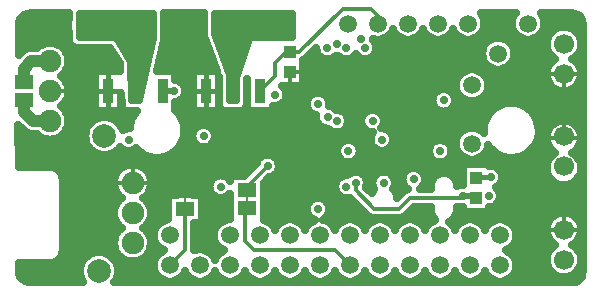
<source format=gbr>
G04 DipTrace 3.1.0.0*
G04 Bottom[GND].gbr*
%MOIN*%
G04 #@! TF.FileFunction,Copper,L4,Bot*
G04 #@! TF.Part,Single*
%ADD30C,0.066929*%
%ADD31C,0.074803*%
%ADD32C,0.059055*%
%ADD35C,0.07874*%
%ADD38C,0.082677*%
G04 #@! TA.AperFunction,CopperBalancing*
%ADD14C,0.012992*%
G04 #@! TA.AperFunction,Conductor*
%ADD15C,0.03937*%
G04 #@! TA.AperFunction,CopperBalancing*
%ADD16C,0.015748*%
G04 #@! TA.AperFunction,Conductor*
%ADD17C,0.019685*%
G04 #@! TA.AperFunction,CopperBalancing*
%ADD21C,0.025*%
%ADD25R,0.03937X0.043307*%
%ADD46R,0.063X0.046*%
%ADD47R,0.008X0.025*%
%ADD51R,0.037402X0.084646*%
%ADD52R,0.127953X0.084646*%
G04 #@! TA.AperFunction,ViaPad*
%ADD54C,0.027559*%
%FSLAX26Y26*%
G04*
G70*
G90*
G75*
G01*
G04 Bottom_Plane*
%LPD*%
X805324Y350056D2*
D14*
Y362558D1*
X874081Y431315D1*
X1567904Y391983D2*
Y393811D1*
D16*
X1617909D1*
X149010Y781220D2*
D15*
X86367D1*
X61496Y756349D1*
Y710088D1*
X605257Y506323D2*
D14*
X617804D1*
X899084Y581331D2*
X889706Y571953D1*
X1373990Y618770D2*
X1377151Y615609D1*
X1461643Y556328D2*
Y575129D1*
X724066Y306300D2*
X720940Y309426D1*
X717815Y306302D1*
X1399136Y393812D2*
X1411636Y406312D1*
X605303Y806354D2*
X580301Y831357D1*
X992844Y775101D2*
D17*
X999094Y768850D1*
X149010Y581220D2*
D15*
X92860D1*
X61496Y612584D1*
Y650088D1*
X599014Y287468D2*
D14*
Y149971D1*
X549013Y99970D1*
X805324Y290056D2*
X799013D1*
Y181344D1*
X830322Y150035D1*
X1098948D1*
X1149013Y99970D1*
X1567904Y325054D2*
X1561654D1*
D16*
X1555403Y331304D1*
D17*
X1524150D1*
D14*
Y325054D1*
X1349131D1*
X1311627Y287550D1*
X1230369D1*
X1167862Y350056D1*
Y375059D1*
X1242762Y906222D2*
Y931475D1*
X1217867Y956370D1*
X1124108D1*
X980343Y812605D1*
X950917D1*
X949089Y810777D1*
X849079Y681341D2*
X899084Y731346D1*
Y775101D1*
X934760Y810777D1*
X949089D1*
X524045Y681341D2*
D17*
X561549D1*
D54*
X1461643Y650088D3*
X1042849Y287550D3*
X1261621Y375059D3*
X1617909Y393811D3*
X899084Y668840D3*
X605257Y506323D3*
X899084Y581331D3*
X1373990Y618770D3*
X1461643Y556328D3*
X724066Y306300D3*
X1399136Y393812D3*
X605303Y806354D3*
X992844Y775101D3*
X1136772Y362558D3*
X1224118Y581331D3*
X1073780Y825106D3*
X1361627Y387555D3*
X411533Y518824D3*
X1186614Y856360D3*
X1255371Y518824D3*
X1142860Y481320D3*
X717815Y362558D3*
X1105276Y837608D3*
X1136772Y825106D3*
X1611513Y331223D3*
X1524150Y331304D3*
X1199764Y825106D3*
X1042849Y637587D3*
X661559Y531325D3*
X1448991Y481270D3*
X561549Y681341D3*
X1105276Y581251D3*
X1074102Y593832D3*
X874081Y431315D3*
X1167862Y375059D3*
X49743Y915407D2*
D21*
X207878D1*
X531921D2*
X659929D1*
X1598132D2*
X1687419D1*
X1798132D2*
X1921061D1*
X46520Y890538D2*
X206755D1*
X531921D2*
X659929D1*
X1596569D2*
X1688933D1*
X1796569D2*
X1836491D1*
X1886853D2*
X1921989D1*
X46520Y865669D2*
X209880D1*
X531921D2*
X660173D1*
X1280407D2*
X1305144D1*
X1380407D2*
X1405144D1*
X1480407D2*
X1505144D1*
X1580407D2*
X1705144D1*
X1780407D2*
X1808903D1*
X46520Y840800D2*
X131120D1*
X166882D2*
X211784D1*
X528991D2*
X668620D1*
X1236755D2*
X1599284D1*
X1686560D2*
X1801677D1*
X202331Y815932D2*
X352214D1*
X523278D2*
X677653D1*
X1239050D2*
X1587614D1*
X1698229D2*
X1805827D1*
X212243Y791063D2*
X368034D1*
X517614D2*
X686686D1*
X1004577D2*
X1054606D1*
X1092956D2*
X1117595D1*
X1155944D2*
X1180583D1*
X1218933D2*
X1588981D1*
X1696862D2*
X1825261D1*
X1898132D2*
X1921989D1*
X211169Y766194D2*
X379313D1*
X511901D2*
X695720D1*
X995397D2*
X1604851D1*
X1680993D2*
X1809196D1*
X198376Y741325D2*
X297624D1*
X569372D2*
X622624D1*
X995397D2*
X1518571D1*
X1592224D2*
X1801726D1*
X201940Y716457D2*
X297624D1*
X578356D2*
X622624D1*
X995397D2*
X1501774D1*
X1609020D2*
X1805632D1*
X212145Y691588D2*
X297624D1*
X600524D2*
X622624D1*
X931921D2*
X1499919D1*
X1610876D2*
X1824528D1*
X1898815D2*
X1921989D1*
X211315Y666719D2*
X297624D1*
X599011D2*
X622624D1*
X939440D2*
X1016081D1*
X1069616D2*
X1425065D1*
X1498229D2*
X1510907D1*
X1599890D2*
X1921989D1*
X198815Y641850D2*
X297624D1*
X569372D2*
X622624D1*
X928210D2*
X1002702D1*
X1082995D2*
X1422136D1*
X1501159D2*
X1921989D1*
X201599Y616982D2*
X297624D1*
X570056D2*
X622624D1*
X894421D2*
X1008513D1*
X1120446D2*
X1208708D1*
X1239489D2*
X1440690D1*
X1482604D2*
X1621940D1*
X1751403D2*
X1921989D1*
X212048Y592113D2*
X309392D1*
X351159D2*
X421696D1*
X588952D2*
X1033708D1*
X1144079D2*
X1185270D1*
X1262976D2*
X1603044D1*
X1770300D2*
X1921989D1*
X211413Y567244D2*
X275407D1*
X385144D2*
X413054D1*
X597546D2*
X646940D1*
X676159D2*
X1044597D1*
X1143005D2*
X1186442D1*
X1261804D2*
X1594401D1*
X1778894D2*
X1819890D1*
X1903112D2*
X1921989D1*
X46520Y542375D2*
X70134D1*
X199206D2*
X265251D1*
X598864D2*
X622819D1*
X700329D2*
X1223161D1*
X1287585D2*
X1513103D1*
X1780212D2*
X1804118D1*
X46520Y517507D2*
X265788D1*
X593151D2*
X623747D1*
X699353D2*
X1129069D1*
X1156610D2*
X1215007D1*
X1295739D2*
X1435368D1*
X1462634D2*
X1500407D1*
X1774548D2*
X1801921D1*
X46520Y492638D2*
X277409D1*
X578845D2*
X1104167D1*
X1181530D2*
X1225456D1*
X1285290D2*
X1410319D1*
X1487634D2*
X1501034D1*
X1760241D2*
X1811345D1*
X46520Y467769D2*
X463151D1*
X547497D2*
X861198D1*
X886999D2*
X1104948D1*
X1180749D2*
X1411052D1*
X1486901D2*
X1515593D1*
X1595202D2*
X1644499D1*
X1728845D2*
X1820476D1*
X1902575D2*
X1921989D1*
X46520Y442900D2*
X835466D1*
X912683D2*
X1804265D1*
X179626Y418031D2*
X377507D1*
X470544D2*
X815007D1*
X912097D2*
X1336589D1*
X1386657D2*
X1521599D1*
X1649597D2*
X1801823D1*
X193395Y393163D2*
X362712D1*
X485339D2*
X692936D1*
X881726D2*
X1111882D1*
X1203649D2*
X1225798D1*
X1297448D2*
X1321647D1*
X1401599D2*
X1425749D1*
X1497497D2*
X1521599D1*
X1658337D2*
X1811003D1*
X193981Y368294D2*
X360368D1*
X487683D2*
X677849D1*
X863464D2*
X1096794D1*
X1207653D2*
X1221843D1*
X1301403D2*
X1326481D1*
X1396765D2*
X1415578D1*
X1648425D2*
X1848796D1*
X1874255D2*
X1921989D1*
X193981Y343425D2*
X368718D1*
X479333D2*
X568376D1*
X629626D2*
X682585D1*
X863464D2*
X1101530D1*
X1303698D2*
X1321696D1*
X1649890D2*
X1921989D1*
X193981Y318556D2*
X378044D1*
X470007D2*
X540886D1*
X657165D2*
X747185D1*
X863464D2*
X1018522D1*
X1067175D2*
X1153581D1*
X1649743D2*
X1921989D1*
X193981Y293688D2*
X362907D1*
X485144D2*
X540886D1*
X657165D2*
X747185D1*
X863464D2*
X1002946D1*
X1082751D2*
X1178435D1*
X1363561D2*
X1416374D1*
X1619323D2*
X1921989D1*
X193981Y268819D2*
X360319D1*
X487731D2*
X540886D1*
X657165D2*
X747185D1*
X863464D2*
X1007390D1*
X1078308D2*
X1203288D1*
X1338708D2*
X1418620D1*
X1504626D2*
X1830583D1*
X1892419D2*
X1921989D1*
X193981Y243950D2*
X368425D1*
X479626D2*
X515788D1*
X657165D2*
X715788D1*
X882263D2*
X915788D1*
X982263D2*
X1015788D1*
X1082263D2*
X1115788D1*
X1182263D2*
X1215788D1*
X1282263D2*
X1315788D1*
X1382263D2*
X1415788D1*
X1482263D2*
X1515788D1*
X1582263D2*
X1615788D1*
X1682263D2*
X1807243D1*
X193981Y219081D2*
X378581D1*
X469519D2*
X496354D1*
X632116D2*
X696354D1*
X1701647D2*
X1801433D1*
X193981Y194213D2*
X363054D1*
X632116D2*
X693181D1*
X1704870D2*
X1806901D1*
X193981Y169344D2*
X360270D1*
X487780D2*
X502463D1*
X632116D2*
X702458D1*
X1695593D2*
X1829362D1*
X1893640D2*
X1921989D1*
X193640Y144475D2*
X302800D1*
X320185D2*
X368132D1*
X479919D2*
X516520D1*
X681481D2*
X716520D1*
X1681481D2*
X1807487D1*
X181237Y119606D2*
X258366D1*
X364636D2*
X394792D1*
X453259D2*
X496599D1*
X1701452D2*
X1801433D1*
X46520Y94737D2*
X246940D1*
X376061D2*
X493132D1*
X1704919D2*
X1806657D1*
X49304Y69869D2*
X246550D1*
X376501D2*
X502116D1*
X1695935D2*
X1828532D1*
X1894519D2*
X1921110D1*
X80358Y45000D2*
X256901D1*
X366149D2*
X1895817D1*
X1919107Y833078D2*
X1917693Y824152D1*
X1914901Y815557D1*
X1910798Y807504D1*
X1905485Y800192D1*
X1899095Y793802D1*
X1891783Y788490D1*
X1890227Y787618D1*
X1897459Y782738D1*
X1903018Y777711D1*
X1907877Y772005D1*
X1911954Y765717D1*
X1915180Y758952D1*
X1917500Y751825D1*
X1918875Y744458D1*
X1919231Y735098D1*
X1918419Y727647D1*
X1916646Y720365D1*
X1913944Y713375D1*
X1910356Y706795D1*
X1905944Y700736D1*
X1900783Y695302D1*
X1894960Y690583D1*
X1888573Y686661D1*
X1881731Y683602D1*
X1874550Y681457D1*
X1867151Y680262D1*
X1859660Y680038D1*
X1852203Y680789D1*
X1844907Y682502D1*
X1837894Y685148D1*
X1831285Y688682D1*
X1825191Y693045D1*
X1819715Y698161D1*
X1814949Y703946D1*
X1810975Y710300D1*
X1807860Y717117D1*
X1805656Y724280D1*
X1804402Y731669D1*
X1804117Y739158D1*
X1804807Y746621D1*
X1806461Y753931D1*
X1809049Y760965D1*
X1812529Y767603D1*
X1816842Y773732D1*
X1821914Y779250D1*
X1827659Y784062D1*
X1833110Y787585D1*
X1824286Y793802D1*
X1817895Y800192D1*
X1812583Y807504D1*
X1808480Y815557D1*
X1805687Y824152D1*
X1804273Y833078D1*
Y842116D1*
X1805687Y851042D1*
X1808480Y859638D1*
X1812583Y867690D1*
X1817895Y875002D1*
X1824286Y881392D1*
X1831597Y886704D1*
X1839650Y890807D1*
X1848245Y893600D1*
X1857171Y895014D1*
X1866209D1*
X1875135Y893600D1*
X1883731Y890807D1*
X1891783Y886704D1*
X1899095Y881392D1*
X1905485Y875002D1*
X1910798Y867690D1*
X1914901Y859638D1*
X1917693Y851042D1*
X1919107Y842116D1*
Y833078D1*
X1919056Y216223D2*
X1918244Y208772D1*
X1916472Y201490D1*
X1913769Y194499D1*
X1910181Y187919D1*
X1905769Y181861D1*
X1900608Y176426D1*
X1894785Y171708D1*
X1890097Y168730D1*
X1898920Y162517D1*
X1905311Y156126D1*
X1910623Y148815D1*
X1914726Y140762D1*
X1917519Y132167D1*
X1918933Y123241D1*
Y114203D1*
X1917519Y105277D1*
X1914726Y96681D1*
X1910623Y88629D1*
X1905311Y81317D1*
X1898920Y74927D1*
X1891609Y69614D1*
X1883556Y65511D1*
X1874961Y62719D1*
X1866035Y61305D1*
X1856997D1*
X1848071Y62719D1*
X1839475Y65511D1*
X1831423Y69614D1*
X1824111Y74927D1*
X1817721Y81317D1*
X1812408Y88629D1*
X1808305Y96681D1*
X1805513Y105277D1*
X1804099Y114203D1*
Y123241D1*
X1805513Y132167D1*
X1808305Y140762D1*
X1812408Y148815D1*
X1817721Y156126D1*
X1824111Y162517D1*
X1831423Y167829D1*
X1832979Y168701D1*
X1825016Y174169D1*
X1819540Y179286D1*
X1814775Y185071D1*
X1810801Y191425D1*
X1807686Y198242D1*
X1805482Y205405D1*
X1804227Y212794D1*
X1803942Y220283D1*
X1804633Y227746D1*
X1806286Y235056D1*
X1808875Y242089D1*
X1812355Y248727D1*
X1816667Y254857D1*
X1821739Y260375D1*
X1827485Y265187D1*
X1833807Y269213D1*
X1840598Y272383D1*
X1847743Y274645D1*
X1855121Y275960D1*
X1862608Y276306D1*
X1870076Y275676D1*
X1877400Y274083D1*
X1884454Y271551D1*
X1891120Y268125D1*
X1897284Y263863D1*
X1902843Y258836D1*
X1907702Y253130D1*
X1911779Y246841D1*
X1915005Y240076D1*
X1917325Y232950D1*
X1918700Y225582D1*
X1919056Y216223D1*
X596392Y542908D2*
X594149Y528747D1*
X589718Y515111D1*
X583209Y502336D1*
X574781Y490736D1*
X564643Y480598D1*
X553043Y472170D1*
X540268Y465661D1*
X526632Y461231D1*
X512471Y458988D1*
X498133D1*
X483972Y461231D1*
X470336Y465661D1*
X457560Y472170D1*
X445961Y480598D1*
X436336Y490181D1*
X431340Y486501D1*
X426040Y483800D1*
X420383Y481962D1*
X414507Y481032D1*
X408558D1*
X402683Y481962D1*
X397025Y483800D1*
X391725Y486501D1*
X386913Y489998D1*
X382224Y494816D1*
X375176Y486424D1*
X367599Y479953D1*
X359103Y474746D1*
X349897Y470933D1*
X340208Y468607D1*
X330274Y467825D1*
X320341Y468607D1*
X310652Y470933D1*
X301446Y474746D1*
X292950Y479953D1*
X285373Y486424D1*
X278902Y494001D1*
X273695Y502497D1*
X269882Y511703D1*
X267556Y521392D1*
X266774Y531325D1*
X267556Y541259D1*
X269882Y550948D1*
X273695Y560154D1*
X278902Y568650D1*
X285373Y576227D1*
X292950Y582698D1*
X301446Y587904D1*
X310652Y591717D1*
X320341Y594044D1*
X330274Y594825D1*
X340208Y594044D1*
X349897Y591717D1*
X359103Y587904D1*
X367599Y582698D1*
X375176Y576227D1*
X381647Y568650D1*
X386853Y560154D1*
X390777Y550554D1*
X397025Y553848D1*
X402683Y555686D1*
X408558Y556617D1*
X414170Y556630D1*
X415055Y564371D1*
X418402Y578313D1*
X423889Y591559D1*
X431381Y603784D1*
X439570Y613473D1*
X407758Y613754D1*
X404678Y614464D1*
X401324Y614888D1*
X390663D1*
X390529Y625708D1*
X388336Y630940D1*
X387426Y636538D1*
X385773Y670294D1*
Y614888D1*
X300112D1*
Y747794D1*
X382602D1*
X381455Y773860D1*
X348250Y826028D1*
X234621Y826053D1*
X229058Y827160D1*
X223907Y829535D1*
X219452Y833046D1*
X215940Y837501D1*
X213566Y842652D1*
X212459Y848216D1*
X212384Y877990D1*
X210359Y884831D1*
X208752Y894978D1*
Y905251D1*
X210359Y915397D1*
X212400Y922097D1*
X212384Y940294D1*
X84411Y940275D1*
X71768Y938145D1*
X62975Y934204D1*
X55426Y928216D1*
X49585Y920551D1*
X45774Y911462D1*
X43983Y901516D1*
X43997Y800811D1*
X57912Y814538D1*
X63474Y818579D1*
X69600Y821700D1*
X76139Y823825D1*
X82930Y824900D1*
X105850Y825035D1*
X112843Y831000D1*
X121076Y836045D1*
X129996Y839740D1*
X139385Y841994D1*
X149010Y842752D1*
X158636Y841994D1*
X168025Y839740D1*
X176945Y836045D1*
X185178Y831000D1*
X192520Y824730D1*
X198791Y817388D1*
X203835Y809155D1*
X207530Y800235D1*
X209784Y790846D1*
X210542Y781220D1*
X209784Y771595D1*
X207530Y762206D1*
X203835Y753286D1*
X198791Y745053D1*
X192520Y737711D1*
X184848Y731220D1*
X191960Y725283D1*
X198523Y717753D1*
X203782Y709260D1*
X207597Y700028D1*
X209868Y690301D1*
X210542Y681220D1*
X209731Y671264D1*
X207320Y661571D1*
X203372Y652395D1*
X197992Y643979D1*
X191321Y636544D1*
X184865Y631229D1*
X192520Y624730D1*
X198791Y617388D1*
X203835Y609155D1*
X207530Y600235D1*
X209784Y590846D1*
X210542Y581220D1*
X209784Y571595D1*
X207530Y562206D1*
X203835Y553286D1*
X198791Y545053D1*
X192520Y537711D1*
X185178Y531440D1*
X176945Y526395D1*
X168025Y522700D1*
X158636Y520446D1*
X149010Y519689D1*
X139385Y520446D1*
X129996Y522700D1*
X121076Y526395D1*
X112843Y531440D1*
X105820Y537416D1*
X89422Y537540D1*
X82631Y538616D1*
X76092Y540741D1*
X69966Y543862D1*
X64404Y547903D1*
X43958Y568158D1*
X43997Y427959D1*
X51524Y428693D1*
X152340Y428562D1*
X158927Y427519D1*
X165269Y425458D1*
X171212Y422430D1*
X176607Y418510D1*
X181323Y413794D1*
X185243Y408399D1*
X188270Y402457D1*
X190331Y396114D1*
X191374Y389527D1*
X191505Y323693D1*
X191374Y146638D1*
X190331Y140051D1*
X188270Y133708D1*
X185243Y127766D1*
X181323Y122371D1*
X176607Y117655D1*
X171212Y113735D1*
X165269Y110707D1*
X158927Y108647D1*
X152340Y107603D1*
X86505Y107472D1*
X48189Y107603D1*
X44504Y108069D1*
X43996Y102715D1*
X44292Y81052D1*
X46402Y70726D1*
X50619Y62061D1*
X56842Y54702D1*
X64687Y49105D1*
X73990Y45568D1*
X84589Y44002D1*
X260088Y44016D1*
X254933Y52450D1*
X251120Y61656D1*
X248794Y71345D1*
X248012Y81278D1*
X248794Y91212D1*
X251120Y100901D1*
X254933Y110107D1*
X260139Y118603D1*
X266611Y126179D1*
X274187Y132651D1*
X282683Y137857D1*
X291889Y141670D1*
X301578Y143996D1*
X311512Y144778D1*
X321445Y143996D1*
X331134Y141670D1*
X340340Y137857D1*
X348836Y132651D1*
X356413Y126179D1*
X362884Y118603D1*
X368091Y110107D1*
X371904Y100901D1*
X374230Y91212D1*
X375012Y81278D1*
X374230Y71345D1*
X371904Y61656D1*
X368091Y52450D1*
X362917Y44002D1*
X1891887Y44260D1*
X1902096Y45604D1*
X1909669Y48892D1*
X1916065Y54112D1*
X1920805Y60873D1*
X1923581Y69276D1*
X1924522Y80718D1*
X1924308Y906167D1*
X1923264Y916821D1*
X1920223Y924497D1*
X1915214Y931058D1*
X1908611Y936014D1*
X1900405Y939051D1*
X1889639Y940288D1*
X1784278Y940274D1*
X1788514Y934258D1*
X1792337Y926756D1*
X1794939Y918748D1*
X1796256Y910432D1*
Y902012D1*
X1794939Y893696D1*
X1792337Y885688D1*
X1788514Y878186D1*
X1783565Y871374D1*
X1777612Y865420D1*
X1770800Y860471D1*
X1763298Y856649D1*
X1755290Y854047D1*
X1746974Y852730D1*
X1738554D1*
X1730238Y854047D1*
X1722230Y856649D1*
X1714728Y860471D1*
X1707916Y865420D1*
X1701962Y871374D1*
X1697013Y878186D1*
X1693191Y885688D1*
X1690589Y893696D1*
X1689272Y902012D1*
Y910432D1*
X1690589Y918748D1*
X1693191Y926756D1*
X1697013Y934258D1*
X1701341Y940281D1*
X1584278Y940274D1*
X1588513Y934258D1*
X1592336Y926756D1*
X1594937Y918748D1*
X1596255Y910432D1*
Y902012D1*
X1594937Y893696D1*
X1592336Y885688D1*
X1588513Y878186D1*
X1583564Y871374D1*
X1577610Y865420D1*
X1570798Y860471D1*
X1563296Y856649D1*
X1555289Y854047D1*
X1546972Y852730D1*
X1538553D1*
X1530236Y854047D1*
X1522229Y856649D1*
X1514727Y860471D1*
X1507915Y865420D1*
X1501961Y871374D1*
X1497012Y878186D1*
X1492785Y886784D1*
X1488513Y878186D1*
X1483564Y871374D1*
X1477610Y865420D1*
X1470798Y860471D1*
X1463296Y856649D1*
X1455289Y854047D1*
X1446972Y852730D1*
X1438553D1*
X1430236Y854047D1*
X1422229Y856649D1*
X1414727Y860471D1*
X1407915Y865420D1*
X1401961Y871374D1*
X1397012Y878186D1*
X1392785Y886784D1*
X1388513Y878186D1*
X1383564Y871374D1*
X1377610Y865420D1*
X1370798Y860471D1*
X1363296Y856649D1*
X1355289Y854047D1*
X1346972Y852730D1*
X1338553D1*
X1330236Y854047D1*
X1322229Y856649D1*
X1314727Y860471D1*
X1307915Y865420D1*
X1301961Y871374D1*
X1297012Y878186D1*
X1292785Y886784D1*
X1288513Y878186D1*
X1283564Y871374D1*
X1277610Y865420D1*
X1270798Y860471D1*
X1263296Y856649D1*
X1255289Y854047D1*
X1246972Y852730D1*
X1238553D1*
X1230236Y854047D1*
X1224529Y855800D1*
X1226570Y851912D1*
X1230433Y847389D1*
X1233541Y842317D1*
X1235818Y836821D1*
X1237207Y831037D1*
X1237673Y825106D1*
X1237207Y819176D1*
X1235818Y813392D1*
X1233541Y807896D1*
X1230433Y802824D1*
X1226570Y798300D1*
X1222046Y794437D1*
X1216974Y791329D1*
X1211478Y789052D1*
X1205694Y787664D1*
X1199764Y787197D1*
X1193833Y787664D1*
X1188049Y789052D1*
X1182553Y791329D1*
X1177481Y794437D1*
X1172958Y798300D1*
X1168287Y804032D1*
X1163578Y798300D1*
X1159054Y794437D1*
X1153982Y791329D1*
X1148486Y789052D1*
X1142702Y787664D1*
X1136772Y787197D1*
X1130841Y787664D1*
X1125057Y789052D1*
X1119561Y791329D1*
X1114489Y794437D1*
X1108537Y799846D1*
X1102036D1*
X1096062Y794437D1*
X1090990Y791329D1*
X1085494Y789052D1*
X1079710Y787664D1*
X1073780Y787197D1*
X1067849Y787664D1*
X1062065Y789052D1*
X1056569Y791329D1*
X1051497Y794437D1*
X1046973Y798300D1*
X1043110Y802824D1*
X1040002Y807896D1*
X1037725Y813392D1*
X1036337Y819176D1*
X1035881Y824839D1*
X1000233Y789317D1*
X994246Y785317D1*
X993880Y785148D1*
X994246Y785317D1*
X992904Y784631D1*
Y698064D1*
X923227D1*
X927911Y693460D1*
X931407Y688647D1*
X934108Y683347D1*
X935946Y677690D1*
X936877Y671814D1*
Y665866D1*
X935946Y659990D1*
X934108Y654333D1*
X931407Y649032D1*
X927911Y644220D1*
X923704Y640013D1*
X918892Y636517D1*
X913591Y633816D1*
X907934Y631978D1*
X902058Y631047D1*
X896110D1*
X891911Y631644D1*
X891910Y614888D1*
X806248D1*
Y720406D1*
X804452Y706345D1*
X804154Y633812D1*
X802615Y628352D1*
X801608Y626251D1*
X801359Y614888D1*
X787778Y614638D1*
X782215Y613531D1*
X734674D1*
X728701Y614789D1*
X729110Y614638D1*
X715697Y614888D1*
Y625484D1*
X713618Y630130D1*
X712511Y635693D1*
X712437Y727116D1*
X710807Y727794D1*
Y614888D1*
X625146D1*
Y747794D1*
X704921D1*
X662874Y864264D1*
X662432Y868861D1*
Y940296D1*
X529395Y940275D1*
X529348Y854466D1*
X528816Y850983D1*
X505239Y747832D1*
X566875Y747794D1*
Y718839D1*
X573263Y717395D1*
X578759Y715119D1*
X583831Y712011D1*
X588355Y708147D1*
X592218Y703624D1*
X595326Y698552D1*
X597603Y693056D1*
X598991Y687272D1*
X599458Y681341D1*
X598991Y675411D1*
X597603Y669626D1*
X595326Y664131D1*
X592218Y659059D1*
X588355Y654535D1*
X583831Y650672D1*
X578759Y647564D1*
X573263Y645287D1*
X566867Y643826D1*
X566875Y617575D1*
X574781Y609418D1*
X583209Y597819D1*
X589718Y585044D1*
X594149Y571408D1*
X596392Y557246D1*
Y542908D1*
X1777751D2*
X1775508Y528747D1*
X1771078Y515111D1*
X1764568Y502336D1*
X1756141Y490736D1*
X1746002Y480598D1*
X1734403Y472170D1*
X1721628Y465661D1*
X1707992Y461231D1*
X1693830Y458988D1*
X1679493D1*
X1665331Y461231D1*
X1651695Y465661D1*
X1638920Y472170D1*
X1627320Y480598D1*
X1617182Y490736D1*
X1608895Y502126D1*
X1607570Y493827D1*
X1604968Y485819D1*
X1601146Y478317D1*
X1596196Y471505D1*
X1590243Y465552D1*
X1583431Y460602D1*
X1575929Y456780D1*
X1567921Y454178D1*
X1559605Y452861D1*
X1551185D1*
X1542869Y454178D1*
X1534861Y456780D1*
X1527359Y460602D1*
X1520547Y465552D1*
X1514594Y471505D1*
X1509644Y478317D1*
X1505822Y485819D1*
X1503220Y493827D1*
X1501903Y502143D1*
Y510563D1*
X1503220Y518879D1*
X1505822Y526887D1*
X1509644Y534389D1*
X1514594Y541201D1*
X1520547Y547154D1*
X1527359Y552103D1*
X1534861Y555926D1*
X1542869Y558528D1*
X1551185Y559845D1*
X1559605D1*
X1567921Y558528D1*
X1575929Y555926D1*
X1583431Y552103D1*
X1590243Y547154D1*
X1595671Y541769D1*
X1595290Y550077D1*
X1596415Y564371D1*
X1599762Y578313D1*
X1605249Y591559D1*
X1612740Y603784D1*
X1622052Y614687D1*
X1632955Y623998D1*
X1645180Y631490D1*
X1658426Y636977D1*
X1672368Y640324D1*
X1686661Y641449D1*
X1700955Y640324D1*
X1714897Y636977D1*
X1728143Y631490D1*
X1740368Y623998D1*
X1751271Y614687D1*
X1760582Y603784D1*
X1768074Y591559D1*
X1773561Y578313D1*
X1776908Y564371D1*
X1778033Y550077D1*
X1777751Y542908D1*
X485368Y170210D2*
X483858Y160674D1*
X480874Y151491D1*
X476490Y142888D1*
X470815Y135076D1*
X463988Y128249D1*
X456176Y122574D1*
X447573Y118190D1*
X438390Y115207D1*
X428854Y113696D1*
X419199D1*
X409662Y115207D1*
X400479Y118190D1*
X391876Y122574D1*
X384065Y128249D1*
X377237Y135076D1*
X371562Y142888D1*
X367179Y151491D1*
X364195Y160674D1*
X362684Y170210D1*
Y179866D1*
X364195Y189402D1*
X367179Y198585D1*
X371562Y207188D1*
X377237Y215000D1*
X384065Y221827D1*
X388188Y225038D1*
X380517Y231529D1*
X374246Y238871D1*
X369201Y247103D1*
X365506Y256024D1*
X363252Y265412D1*
X362495Y275038D1*
X363252Y284664D1*
X365506Y294052D1*
X369201Y302973D1*
X374246Y311205D1*
X380517Y318547D1*
X388114Y325074D1*
X380503Y331543D1*
X374039Y339158D1*
X368892Y347719D1*
X365198Y357000D1*
X363055Y366756D1*
X362518Y376731D1*
X363602Y386661D1*
X366279Y396285D1*
X370478Y405348D1*
X376088Y413613D1*
X382961Y420861D1*
X390917Y426902D1*
X399745Y431576D1*
X409213Y434760D1*
X419071Y436370D1*
X429060Y436363D1*
X438917Y434741D1*
X448381Y431545D1*
X457203Y426859D1*
X465150Y420808D1*
X472014Y413551D1*
X477614Y405279D1*
X481801Y396210D1*
X484465Y386583D1*
X485537Y376652D1*
X485101Y367557D1*
X483086Y357773D1*
X479514Y348444D1*
X474480Y339817D1*
X468116Y332117D1*
X460590Y325549D1*
X459881Y325047D1*
X467536Y318547D1*
X473806Y311205D1*
X478851Y302973D1*
X482546Y294052D1*
X484800Y284664D1*
X485558Y275038D1*
X484800Y265412D1*
X482546Y256024D1*
X478851Y247103D1*
X473806Y238871D1*
X467536Y231529D1*
X459864Y225038D1*
X467536Y218547D1*
X473806Y211205D1*
X478851Y202973D1*
X482546Y194052D1*
X484800Y184664D1*
X485558Y175038D1*
X485368Y170210D1*
X1696404Y802144D2*
X1695087Y793828D1*
X1692485Y785820D1*
X1688663Y778318D1*
X1683714Y771507D1*
X1677760Y765553D1*
X1670948Y760604D1*
X1663446Y756781D1*
X1655438Y754179D1*
X1647122Y752862D1*
X1638702D1*
X1630386Y754179D1*
X1622378Y756781D1*
X1614876Y760604D1*
X1608064Y765553D1*
X1602111Y771507D1*
X1597162Y778318D1*
X1593339Y785820D1*
X1590737Y793828D1*
X1589420Y802144D1*
Y810564D1*
X1590737Y818880D1*
X1593339Y826888D1*
X1597162Y834390D1*
X1602111Y841202D1*
X1608064Y847156D1*
X1614876Y852105D1*
X1622378Y855927D1*
X1630386Y858529D1*
X1638702Y859846D1*
X1647122D1*
X1655438Y858529D1*
X1663446Y855927D1*
X1670948Y852105D1*
X1677760Y847156D1*
X1683714Y841202D1*
X1688663Y834390D1*
X1692485Y826888D1*
X1695087Y818880D1*
X1696404Y810564D1*
Y802144D1*
X1536589Y437766D2*
X1611719D1*
X1611979Y431254D1*
X1617909Y431720D1*
X1623840Y431254D1*
X1629624Y429865D1*
X1635120Y427589D1*
X1640192Y424480D1*
X1644715Y420617D1*
X1648579Y416094D1*
X1651687Y411022D1*
X1653963Y405526D1*
X1655352Y399741D1*
X1655819Y393811D1*
X1655352Y387881D1*
X1653963Y382096D1*
X1651687Y376600D1*
X1648579Y371528D1*
X1644715Y367005D1*
X1640192Y363142D1*
X1635739Y360380D1*
X1640340Y355843D1*
X1643836Y351031D1*
X1646537Y345730D1*
X1648375Y340073D1*
X1649306Y334197D1*
Y328249D1*
X1648375Y322373D1*
X1646537Y316716D1*
X1643836Y311415D1*
X1640340Y306603D1*
X1636133Y302396D1*
X1631321Y298900D1*
X1626020Y296199D1*
X1620363Y294361D1*
X1614487Y293430D1*
X1611711Y293321D1*
X1611719Y279270D1*
X1524089D1*
Y293382D1*
X1518219Y293862D1*
X1515311Y294440D1*
X1504277Y294428D1*
X1505265Y285051D1*
X1504728Y278225D1*
X1503129Y271566D1*
X1500509Y265240D1*
X1496931Y259401D1*
X1492484Y254195D1*
X1487277Y249747D1*
X1481438Y246170D1*
X1478485Y244808D1*
X1483861Y240771D1*
X1489815Y234818D1*
X1494764Y228006D1*
X1498991Y219407D1*
X1503263Y228006D1*
X1508212Y234818D1*
X1514165Y240771D1*
X1520977Y245720D1*
X1528479Y249543D1*
X1536487Y252145D1*
X1544803Y253462D1*
X1553223D1*
X1561539Y252145D1*
X1569547Y249543D1*
X1577049Y245720D1*
X1583861Y240771D1*
X1589815Y234818D1*
X1594764Y228006D1*
X1598991Y219407D1*
X1603263Y228006D1*
X1608212Y234818D1*
X1614165Y240771D1*
X1620977Y245720D1*
X1628479Y249543D1*
X1636487Y252145D1*
X1644803Y253462D1*
X1653223D1*
X1661539Y252145D1*
X1669547Y249543D1*
X1677049Y245720D1*
X1683861Y240771D1*
X1689815Y234818D1*
X1694764Y228006D1*
X1698586Y220504D1*
X1701188Y212496D1*
X1702505Y204180D1*
Y195760D1*
X1701188Y187444D1*
X1698586Y179436D1*
X1694764Y171934D1*
X1689815Y165122D1*
X1683861Y159168D1*
X1677049Y154219D1*
X1668451Y149992D1*
X1677049Y145720D1*
X1683861Y140771D1*
X1689815Y134818D1*
X1694764Y128006D1*
X1698586Y120504D1*
X1701188Y112496D1*
X1702505Y104180D1*
Y95760D1*
X1701188Y87444D1*
X1698586Y79436D1*
X1694764Y71934D1*
X1689815Y65122D1*
X1683861Y59168D1*
X1677049Y54219D1*
X1669547Y50397D1*
X1661539Y47795D1*
X1653223Y46478D1*
X1644803D1*
X1636487Y47795D1*
X1628479Y50397D1*
X1620977Y54219D1*
X1614165Y59168D1*
X1608212Y65122D1*
X1603263Y71934D1*
X1599036Y80532D1*
X1594764Y71934D1*
X1589815Y65122D1*
X1583861Y59168D1*
X1577049Y54219D1*
X1569547Y50397D1*
X1561539Y47795D1*
X1553223Y46478D1*
X1544803D1*
X1536487Y47795D1*
X1528479Y50397D1*
X1520977Y54219D1*
X1514165Y59168D1*
X1508212Y65122D1*
X1503263Y71934D1*
X1499036Y80532D1*
X1494764Y71934D1*
X1489815Y65122D1*
X1483861Y59168D1*
X1477049Y54219D1*
X1469547Y50397D1*
X1461539Y47795D1*
X1453223Y46478D1*
X1444803D1*
X1436487Y47795D1*
X1428479Y50397D1*
X1420977Y54219D1*
X1414165Y59168D1*
X1408212Y65122D1*
X1403263Y71934D1*
X1399036Y80532D1*
X1394764Y71934D1*
X1389815Y65122D1*
X1383861Y59168D1*
X1377049Y54219D1*
X1369547Y50397D1*
X1361539Y47795D1*
X1353223Y46478D1*
X1344803D1*
X1336487Y47795D1*
X1328479Y50397D1*
X1320977Y54219D1*
X1314165Y59168D1*
X1308212Y65122D1*
X1303263Y71934D1*
X1299036Y80532D1*
X1294764Y71934D1*
X1289815Y65122D1*
X1283861Y59168D1*
X1277049Y54219D1*
X1269547Y50397D1*
X1261539Y47795D1*
X1253223Y46478D1*
X1244803D1*
X1236487Y47795D1*
X1228479Y50397D1*
X1220977Y54219D1*
X1214165Y59168D1*
X1208212Y65122D1*
X1203263Y71934D1*
X1199036Y80532D1*
X1194764Y71934D1*
X1189815Y65122D1*
X1183861Y59168D1*
X1177049Y54219D1*
X1169547Y50397D1*
X1161539Y47795D1*
X1153223Y46478D1*
X1144803D1*
X1136487Y47795D1*
X1128479Y50397D1*
X1120977Y54219D1*
X1114165Y59168D1*
X1108212Y65122D1*
X1103263Y71934D1*
X1099036Y80532D1*
X1094764Y71934D1*
X1089815Y65122D1*
X1083861Y59168D1*
X1077049Y54219D1*
X1069547Y50397D1*
X1061539Y47795D1*
X1053223Y46478D1*
X1044803D1*
X1036487Y47795D1*
X1028479Y50397D1*
X1020977Y54219D1*
X1014165Y59168D1*
X1008212Y65122D1*
X1003263Y71934D1*
X999036Y80532D1*
X994764Y71934D1*
X989815Y65122D1*
X983861Y59168D1*
X977049Y54219D1*
X969547Y50397D1*
X961539Y47795D1*
X953223Y46478D1*
X944803D1*
X936487Y47795D1*
X928479Y50397D1*
X920977Y54219D1*
X914165Y59168D1*
X908212Y65122D1*
X903263Y71934D1*
X899036Y80532D1*
X894764Y71934D1*
X889815Y65122D1*
X883861Y59168D1*
X877049Y54219D1*
X869547Y50397D1*
X861539Y47795D1*
X853223Y46478D1*
X844803D1*
X836487Y47795D1*
X828479Y50397D1*
X820977Y54219D1*
X814165Y59168D1*
X808212Y65122D1*
X803263Y71934D1*
X799036Y80532D1*
X794764Y71934D1*
X789815Y65122D1*
X783861Y59168D1*
X777049Y54219D1*
X769547Y50397D1*
X761539Y47795D1*
X753223Y46478D1*
X744803D1*
X736487Y47795D1*
X728479Y50397D1*
X720977Y54219D1*
X714165Y59168D1*
X708212Y65122D1*
X703263Y71934D1*
X699036Y80532D1*
X694764Y71934D1*
X689815Y65122D1*
X683861Y59168D1*
X677049Y54219D1*
X669547Y50397D1*
X661539Y47795D1*
X653223Y46478D1*
X644803D1*
X636487Y47795D1*
X628479Y50397D1*
X620977Y54219D1*
X614165Y59168D1*
X608212Y65122D1*
X603263Y71934D1*
X599036Y80532D1*
X594764Y71934D1*
X589815Y65122D1*
X583861Y59168D1*
X577049Y54219D1*
X569547Y50397D1*
X561539Y47795D1*
X553223Y46478D1*
X544803D1*
X536487Y47795D1*
X528479Y50397D1*
X520977Y54219D1*
X514165Y59168D1*
X508212Y65122D1*
X503263Y71934D1*
X499440Y79436D1*
X496838Y87444D1*
X495521Y95760D1*
Y104180D1*
X496838Y112496D1*
X499440Y120504D1*
X503263Y128006D1*
X508212Y134818D1*
X514165Y140771D1*
X520977Y145720D1*
X529576Y149947D1*
X520977Y154219D1*
X514165Y159168D1*
X508212Y165122D1*
X503263Y171934D1*
X499440Y179436D1*
X496838Y187444D1*
X495521Y195760D1*
Y204180D1*
X496838Y212496D1*
X499440Y220504D1*
X503263Y228006D1*
X508212Y234818D1*
X514165Y240771D1*
X520977Y245720D1*
X528479Y249543D1*
X536487Y252145D1*
X543381Y253294D1*
X543385Y334598D1*
X570875D1*
X570885Y354098D1*
X627144D1*
Y334616D1*
X654644Y334598D1*
Y240338D1*
X629596D1*
X629640Y150020D1*
X636487Y152145D1*
X644803Y153462D1*
X653223D1*
X661539Y152145D1*
X669547Y149543D1*
X677049Y145720D1*
X683861Y140771D1*
X689815Y134818D1*
X694764Y128006D1*
X698991Y119407D1*
X703263Y128006D1*
X708212Y134818D1*
X714165Y140771D1*
X720977Y145720D1*
X729576Y149947D1*
X720977Y154219D1*
X714165Y159168D1*
X708212Y165122D1*
X703263Y171934D1*
X699440Y179436D1*
X696838Y187444D1*
X695521Y195760D1*
Y204180D1*
X696838Y212496D1*
X699440Y220504D1*
X703263Y228006D1*
X708212Y234818D1*
X714165Y240771D1*
X720977Y245720D1*
X728479Y249543D1*
X736487Y252145D1*
X744803Y253462D1*
X749687Y253601D1*
X749743Y337186D1*
X746642Y337937D1*
X742435Y333731D1*
X737623Y330235D1*
X732322Y327534D1*
X726665Y325696D1*
X720789Y324765D1*
X714841D1*
X708965Y325696D1*
X703308Y327534D1*
X698007Y330235D1*
X693195Y333731D1*
X688988Y337937D1*
X685492Y342750D1*
X682791Y348050D1*
X680953Y353708D1*
X680022Y359583D1*
Y365532D1*
X680953Y371407D1*
X682791Y377065D1*
X685492Y382365D1*
X688988Y387178D1*
X693195Y391384D1*
X698007Y394881D1*
X703308Y397581D1*
X708965Y399420D1*
X714841Y400350D1*
X720789D1*
X726665Y399420D1*
X732322Y397581D1*
X737623Y394881D1*
X742435Y391384D1*
X746642Y387178D1*
X749692Y383032D1*
X749694Y397186D1*
X796618D1*
X836639Y437245D1*
X838027Y443030D1*
X840304Y448525D1*
X843412Y453598D1*
X847275Y458121D1*
X851799Y461984D1*
X856871Y465092D1*
X862367Y467369D1*
X868151Y468758D1*
X874081Y469224D1*
X880012Y468758D1*
X885796Y467369D1*
X891292Y465092D1*
X896364Y461984D1*
X900887Y458121D1*
X904751Y453598D1*
X907859Y448525D1*
X910135Y443030D1*
X911524Y437245D1*
X911991Y431315D1*
X911524Y425385D1*
X910135Y419600D1*
X907859Y414104D1*
X904751Y409032D1*
X900887Y404509D1*
X896364Y400646D1*
X891292Y397537D1*
X885796Y395261D1*
X879931Y393863D1*
X860969Y374891D1*
X860954Y252274D1*
X869547Y249543D1*
X877049Y245720D1*
X883861Y240771D1*
X889815Y234818D1*
X894764Y228006D1*
X898991Y219407D1*
X903263Y228006D1*
X908212Y234818D1*
X914165Y240771D1*
X920977Y245720D1*
X928479Y249543D1*
X936487Y252145D1*
X944803Y253462D1*
X953223D1*
X961539Y252145D1*
X969547Y249543D1*
X977049Y245720D1*
X983861Y240771D1*
X989815Y234818D1*
X994764Y228006D1*
X998991Y219407D1*
X1003263Y228006D1*
X1008212Y234818D1*
X1014165Y240771D1*
X1020977Y245720D1*
X1028479Y249543D1*
X1032606Y251050D1*
X1025639Y253772D1*
X1020566Y256880D1*
X1016043Y260744D1*
X1012180Y265267D1*
X1009072Y270339D1*
X1006795Y275835D1*
X1005406Y281619D1*
X1004940Y287550D1*
X1005406Y293480D1*
X1006795Y299264D1*
X1009072Y304760D1*
X1012180Y309832D1*
X1016043Y314356D1*
X1020566Y318219D1*
X1025639Y321327D1*
X1031134Y323604D1*
X1036919Y324993D1*
X1042849Y325459D1*
X1048779Y324993D1*
X1054564Y323604D1*
X1060060Y321327D1*
X1065132Y318219D1*
X1069655Y314356D1*
X1073518Y309832D1*
X1076627Y304760D1*
X1078903Y299264D1*
X1080292Y293480D1*
X1080759Y287550D1*
X1080292Y281619D1*
X1078903Y275835D1*
X1076627Y270339D1*
X1073518Y265267D1*
X1069655Y260744D1*
X1065132Y256880D1*
X1058064Y252852D1*
X1065594Y251001D1*
X1073373Y247779D1*
X1080552Y243380D1*
X1086955Y237911D1*
X1092423Y231509D1*
X1096822Y224330D1*
X1098991Y219407D1*
X1103263Y228006D1*
X1108212Y234818D1*
X1114165Y240771D1*
X1120977Y245720D1*
X1128479Y249543D1*
X1136487Y252145D1*
X1144803Y253462D1*
X1153223D1*
X1161539Y252145D1*
X1169547Y249543D1*
X1177049Y245720D1*
X1183861Y240771D1*
X1189815Y234818D1*
X1194764Y228006D1*
X1198991Y219407D1*
X1203263Y228006D1*
X1208212Y234818D1*
X1214165Y240771D1*
X1220977Y245720D1*
X1228479Y249543D1*
X1236487Y252145D1*
X1244803Y253462D1*
X1253223D1*
X1261539Y252145D1*
X1269547Y249543D1*
X1277049Y245720D1*
X1283861Y240771D1*
X1289815Y234818D1*
X1294764Y228006D1*
X1298991Y219407D1*
X1303263Y228006D1*
X1308212Y234818D1*
X1314165Y240771D1*
X1320977Y245720D1*
X1328479Y249543D1*
X1336487Y252145D1*
X1344803Y253462D1*
X1353223D1*
X1361539Y252145D1*
X1369547Y249543D1*
X1377049Y245720D1*
X1383861Y240771D1*
X1389815Y234818D1*
X1394764Y228006D1*
X1398991Y219407D1*
X1403263Y228006D1*
X1408212Y234818D1*
X1414165Y240771D1*
X1420977Y245720D1*
X1428479Y249543D1*
X1433842Y251399D1*
X1428445Y256711D1*
X1424420Y262250D1*
X1421311Y268352D1*
X1419195Y274864D1*
X1418124Y281627D1*
Y288475D1*
X1419036Y294437D1*
X1361796Y294428D1*
X1331517Y264262D1*
X1325531Y260262D1*
X1318777Y257770D1*
X1311627Y256924D1*
X1311299Y256937D1*
X1227966Y257018D1*
X1220905Y258423D1*
X1214367Y261437D1*
X1208713Y265894D1*
X1208490Y266135D1*
X1148188Y326419D1*
X1142702Y325115D1*
X1136772Y324648D1*
X1130841Y325115D1*
X1125057Y326504D1*
X1119561Y328780D1*
X1114489Y331888D1*
X1109966Y335752D1*
X1106102Y340275D1*
X1102994Y345347D1*
X1100718Y350843D1*
X1099329Y356627D1*
X1098862Y362558D1*
X1099329Y368488D1*
X1100718Y374272D1*
X1102994Y379768D1*
X1106102Y384840D1*
X1109966Y389364D1*
X1114489Y393227D1*
X1119561Y396335D1*
X1125057Y398612D1*
X1130841Y400000D1*
X1136772Y400467D1*
X1139618Y400355D1*
X1145580Y405728D1*
X1150652Y408837D1*
X1156148Y411113D1*
X1161932Y412502D1*
X1167862Y412968D1*
X1173793Y412502D1*
X1179577Y411113D1*
X1185073Y408837D1*
X1190145Y405728D1*
X1194668Y401865D1*
X1198532Y397342D1*
X1201640Y392270D1*
X1203916Y386774D1*
X1205305Y380989D1*
X1205772Y375059D1*
X1205305Y369129D1*
X1203916Y363344D1*
X1202180Y359021D1*
X1220765Y340466D1*
X1224420Y347852D1*
X1229653Y354699D1*
X1226597Y360552D1*
X1224759Y366209D1*
X1223828Y372085D1*
Y378033D1*
X1224759Y383909D1*
X1226597Y389566D1*
X1229298Y394867D1*
X1232794Y399679D1*
X1237001Y403886D1*
X1241813Y407382D1*
X1247113Y410083D1*
X1252771Y411921D1*
X1258646Y412852D1*
X1264595D1*
X1270471Y411921D1*
X1276128Y410083D1*
X1281428Y407382D1*
X1286241Y403886D1*
X1290447Y399679D1*
X1293944Y394867D1*
X1296644Y389566D1*
X1298483Y383909D1*
X1299413Y378033D1*
Y372085D1*
X1298483Y366209D1*
X1296644Y360552D1*
X1293601Y354739D1*
X1298835Y347852D1*
X1301943Y341751D1*
X1304059Y335238D1*
X1305131Y328475D1*
X1305241Y324449D1*
X1329241Y348342D1*
X1335227Y352342D1*
X1341982Y354834D1*
X1342359Y354909D1*
X1341982Y354834D1*
X1342359Y354909D1*
X1337007Y358728D1*
X1332801Y362935D1*
X1329304Y367747D1*
X1326604Y373048D1*
X1324765Y378705D1*
X1323835Y384581D1*
Y390529D1*
X1324765Y396405D1*
X1326604Y402062D1*
X1329304Y407363D1*
X1332801Y412175D1*
X1337007Y416382D1*
X1341820Y419878D1*
X1347120Y422579D1*
X1352778Y424417D1*
X1358653Y425348D1*
X1364602D1*
X1370477Y424417D1*
X1376135Y422579D1*
X1381435Y419878D1*
X1386248Y416382D1*
X1390454Y412175D1*
X1393950Y407363D1*
X1396651Y402062D1*
X1398489Y396405D1*
X1399420Y390529D1*
Y384581D1*
X1398489Y378705D1*
X1396651Y373048D1*
X1393950Y367747D1*
X1390454Y362935D1*
X1386248Y358728D1*
X1382083Y355665D1*
X1419004Y355680D1*
X1418124Y361627D1*
Y368475D1*
X1419195Y375238D1*
X1421311Y381751D1*
X1424420Y387852D1*
X1428445Y393392D1*
X1433287Y398234D1*
X1438827Y402258D1*
X1444928Y405367D1*
X1451440Y407483D1*
X1458204Y408554D1*
X1465051D1*
X1471814Y407483D1*
X1478327Y405367D1*
X1484428Y402258D1*
X1489968Y398234D1*
X1494810Y393392D1*
X1498835Y387852D1*
X1501943Y381751D1*
X1504059Y375238D1*
X1505131Y368475D1*
X1505230Y364155D1*
X1512435Y367358D1*
X1518219Y368747D1*
X1524092Y369212D1*
X1524089Y437766D1*
X1536589D1*
X1919056Y522472D2*
X1918244Y515021D1*
X1916472Y507739D1*
X1913769Y500749D1*
X1910181Y494169D1*
X1905769Y488110D1*
X1900608Y482676D1*
X1894785Y477957D1*
X1890097Y474980D1*
X1898920Y468766D1*
X1905311Y462376D1*
X1910623Y455064D1*
X1914726Y447012D1*
X1917519Y438416D1*
X1918933Y429490D1*
Y420452D1*
X1917519Y411526D1*
X1914726Y402931D1*
X1910623Y394878D1*
X1905311Y387566D1*
X1898920Y381176D1*
X1891609Y375864D1*
X1883556Y371761D1*
X1874961Y368968D1*
X1866035Y367554D1*
X1856997D1*
X1848071Y368968D1*
X1839475Y371761D1*
X1831423Y375864D1*
X1824111Y381176D1*
X1817721Y387566D1*
X1812408Y394878D1*
X1808305Y402931D1*
X1805513Y411526D1*
X1804099Y420452D1*
Y429490D1*
X1805513Y438416D1*
X1808305Y447012D1*
X1812408Y455064D1*
X1817721Y462376D1*
X1824111Y468766D1*
X1831423Y474078D1*
X1832979Y474950D1*
X1825016Y480419D1*
X1819540Y485535D1*
X1814775Y491320D1*
X1810801Y497674D1*
X1807686Y504491D1*
X1805482Y511654D1*
X1804227Y519043D1*
X1803942Y526532D1*
X1804633Y533995D1*
X1806286Y541305D1*
X1808875Y548339D1*
X1812355Y554977D1*
X1816667Y561106D1*
X1821739Y566624D1*
X1827485Y571436D1*
X1833807Y575462D1*
X1840598Y578633D1*
X1847743Y580895D1*
X1855121Y582209D1*
X1862608Y582555D1*
X1870076Y581926D1*
X1877400Y580332D1*
X1884454Y577801D1*
X1891120Y574375D1*
X1897284Y570112D1*
X1902843Y565086D1*
X1907702Y559379D1*
X1911779Y553091D1*
X1915005Y546326D1*
X1917325Y539199D1*
X1918700Y531832D1*
X1919056Y522472D1*
X1608887Y695883D2*
X1607570Y687567D1*
X1604968Y679559D1*
X1601146Y672057D1*
X1596196Y665245D1*
X1590243Y659292D1*
X1583431Y654343D1*
X1575929Y650520D1*
X1567921Y647918D1*
X1559605Y646601D1*
X1551185D1*
X1542869Y647918D1*
X1534861Y650520D1*
X1527359Y654343D1*
X1520547Y659292D1*
X1514594Y665245D1*
X1509644Y672057D1*
X1505822Y679559D1*
X1503220Y687567D1*
X1501903Y695883D1*
Y704303D1*
X1503220Y712619D1*
X1505822Y720627D1*
X1509644Y728129D1*
X1514594Y734941D1*
X1520547Y740895D1*
X1527359Y745844D1*
X1534861Y749666D1*
X1542869Y752268D1*
X1551185Y753585D1*
X1559605D1*
X1567921Y752268D1*
X1575929Y749666D1*
X1583431Y745844D1*
X1590243Y740895D1*
X1596196Y734941D1*
X1601146Y728129D1*
X1604968Y720627D1*
X1607570Y712619D1*
X1608887Y704303D1*
Y695883D1*
X1499436Y647114D2*
X1498505Y641238D1*
X1496667Y635581D1*
X1493966Y630280D1*
X1490470Y625468D1*
X1486263Y621261D1*
X1481451Y617765D1*
X1476150Y615064D1*
X1470493Y613226D1*
X1464617Y612295D1*
X1458669D1*
X1452793Y613226D1*
X1447136Y615064D1*
X1441835Y617765D1*
X1437023Y621261D1*
X1432816Y625468D1*
X1429320Y630280D1*
X1426619Y635581D1*
X1424781Y641238D1*
X1423850Y647114D1*
Y653062D1*
X1424781Y658938D1*
X1426619Y664595D1*
X1429320Y669896D1*
X1432816Y674708D1*
X1437023Y678914D1*
X1441835Y682411D1*
X1447136Y685112D1*
X1452793Y686950D1*
X1458669Y687880D1*
X1464617D1*
X1470493Y686950D1*
X1476150Y685112D1*
X1481451Y682411D1*
X1486263Y678914D1*
X1490470Y674708D1*
X1493966Y669896D1*
X1496667Y664595D1*
X1498505Y658938D1*
X1499436Y653062D1*
Y647114D1*
X1261911Y578356D2*
X1260980Y572481D1*
X1259142Y566823D1*
X1256441Y561523D1*
X1252889Y556651D1*
X1258346Y556617D1*
X1264221Y555686D1*
X1269879Y553848D1*
X1275179Y551147D1*
X1279992Y547651D1*
X1284198Y543444D1*
X1287695Y538632D1*
X1290395Y533331D1*
X1292233Y527674D1*
X1293164Y521798D1*
Y515850D1*
X1292233Y509974D1*
X1290395Y504317D1*
X1287695Y499016D1*
X1284198Y494204D1*
X1279992Y489998D1*
X1275179Y486501D1*
X1269879Y483800D1*
X1264221Y481962D1*
X1258346Y481032D1*
X1252397D1*
X1246522Y481962D1*
X1240864Y483800D1*
X1235564Y486501D1*
X1230751Y489998D1*
X1226545Y494204D1*
X1223048Y499016D1*
X1220348Y504317D1*
X1218509Y509974D1*
X1217579Y515850D1*
Y521798D1*
X1218509Y527674D1*
X1220348Y533331D1*
X1223048Y538632D1*
X1226600Y543504D1*
X1221144Y543538D1*
X1215268Y544469D1*
X1209611Y546307D1*
X1204310Y549008D1*
X1199498Y552504D1*
X1195292Y556710D1*
X1191795Y561523D1*
X1189094Y566823D1*
X1187256Y572481D1*
X1186326Y578356D1*
Y584305D1*
X1187256Y590180D1*
X1189094Y595838D1*
X1191795Y601138D1*
X1195292Y605951D1*
X1199498Y610157D1*
X1204310Y613654D1*
X1209611Y616354D1*
X1215268Y618193D1*
X1221144Y619123D1*
X1227092D1*
X1232968Y618193D1*
X1238625Y616354D1*
X1243926Y613654D1*
X1248738Y610157D1*
X1252945Y605951D1*
X1256441Y601138D1*
X1259142Y595838D1*
X1260980Y590180D1*
X1261911Y584305D1*
Y578356D1*
X1180652Y478346D2*
X1179722Y472470D1*
X1177883Y466813D1*
X1175183Y461513D1*
X1171686Y456700D1*
X1167480Y452494D1*
X1162667Y448997D1*
X1157367Y446296D1*
X1151709Y444458D1*
X1145834Y443528D1*
X1139885D1*
X1134010Y444458D1*
X1128352Y446296D1*
X1123052Y448997D1*
X1118239Y452494D1*
X1114033Y456700D1*
X1110536Y461513D1*
X1107836Y466813D1*
X1105998Y472470D1*
X1105067Y478346D1*
Y484295D1*
X1105998Y490170D1*
X1107836Y495827D1*
X1110536Y501128D1*
X1114033Y505940D1*
X1118239Y510147D1*
X1123052Y513643D1*
X1128352Y516344D1*
X1134010Y518182D1*
X1139885Y519113D1*
X1145834D1*
X1151709Y518182D1*
X1157367Y516344D1*
X1162667Y513643D1*
X1167480Y510147D1*
X1171686Y505940D1*
X1175183Y501128D1*
X1177883Y495827D1*
X1179722Y490170D1*
X1180652Y484295D1*
Y478346D1*
X1080642Y634612D2*
X1080212Y631257D1*
X1085817Y629886D1*
X1091313Y627610D1*
X1096385Y624501D1*
X1102384Y619041D1*
X1108250Y619043D1*
X1114125Y618113D1*
X1119783Y616274D1*
X1125083Y613574D1*
X1129896Y610077D1*
X1134102Y605871D1*
X1137599Y601058D1*
X1140299Y595758D1*
X1142138Y590100D1*
X1143068Y584225D1*
Y578276D1*
X1142138Y572401D1*
X1140299Y566743D1*
X1137599Y561443D1*
X1134102Y556630D1*
X1129896Y552424D1*
X1125083Y548927D1*
X1119783Y546227D1*
X1114125Y544389D1*
X1108250Y543458D1*
X1102301D1*
X1096426Y544389D1*
X1090768Y546227D1*
X1085468Y548927D1*
X1080655Y552424D1*
X1076994Y556041D1*
X1071128Y556039D1*
X1065253Y556970D1*
X1059595Y558808D1*
X1054295Y561509D1*
X1049482Y565005D1*
X1045276Y569212D1*
X1041779Y574024D1*
X1039079Y579325D1*
X1037240Y584982D1*
X1036310Y590858D1*
Y596806D1*
X1036739Y600161D1*
X1031134Y601533D1*
X1025639Y603809D1*
X1020566Y606917D1*
X1016043Y610781D1*
X1012180Y615304D1*
X1009072Y620376D1*
X1006795Y625872D1*
X1005406Y631656D1*
X1004940Y637587D1*
X1005406Y643517D1*
X1006795Y649301D1*
X1009072Y654797D1*
X1012180Y659869D1*
X1016043Y664393D1*
X1020566Y668256D1*
X1025639Y671364D1*
X1031134Y673641D1*
X1036919Y675029D1*
X1042849Y675496D1*
X1048779Y675029D1*
X1054564Y673641D1*
X1060060Y671364D1*
X1065132Y668256D1*
X1069655Y664393D1*
X1073518Y659869D1*
X1076627Y654797D1*
X1078903Y649301D1*
X1080292Y643517D1*
X1080759Y637587D1*
X1080642Y634612D1*
X699352Y528351D2*
X698421Y522476D1*
X696583Y516818D1*
X693882Y511518D1*
X690386Y506705D1*
X686179Y502499D1*
X681367Y499002D1*
X676066Y496302D1*
X670409Y494463D1*
X664533Y493533D1*
X658585D1*
X652709Y494463D1*
X647052Y496302D1*
X641751Y499002D1*
X636939Y502499D1*
X632732Y506705D1*
X629236Y511518D1*
X626535Y516818D1*
X624697Y522476D1*
X623766Y528351D1*
Y534300D1*
X624697Y540175D1*
X626535Y545833D1*
X629236Y551133D1*
X632732Y555946D1*
X636939Y560152D1*
X641751Y563649D1*
X647052Y566349D1*
X652709Y568187D1*
X658585Y569118D1*
X664533D1*
X670409Y568187D1*
X676066Y566349D1*
X681367Y563649D1*
X686179Y560152D1*
X690386Y555946D1*
X693882Y551133D1*
X696583Y545833D1*
X698421Y540175D1*
X699352Y534300D1*
Y528351D1*
X1486783Y478296D2*
X1485853Y472421D1*
X1484015Y466763D1*
X1481314Y461463D1*
X1477817Y456650D1*
X1473611Y452444D1*
X1468798Y448947D1*
X1463498Y446247D1*
X1457841Y444408D1*
X1451965Y443478D1*
X1446016D1*
X1440141Y444408D1*
X1434483Y446247D1*
X1429183Y448947D1*
X1424371Y452444D1*
X1420164Y456650D1*
X1416668Y461463D1*
X1413967Y466763D1*
X1412129Y472421D1*
X1411198Y478296D1*
Y484245D1*
X1412129Y490120D1*
X1413967Y495778D1*
X1416668Y501078D1*
X1420164Y505891D1*
X1424371Y510097D1*
X1429183Y513593D1*
X1434483Y516294D1*
X1440141Y518132D1*
X1446016Y519063D1*
X1451965D1*
X1457841Y518132D1*
X1463498Y516294D1*
X1468798Y513593D1*
X1473611Y510097D1*
X1477817Y505891D1*
X1481314Y501078D1*
X1484015Y495778D1*
X1485853Y490120D1*
X1486783Y484245D1*
Y478296D1*
X1861690Y737597D2*
D14*
Y680051D1*
X1804145Y737597D2*
X1919236D1*
X1861516Y276267D2*
Y218722D1*
X1803970D2*
X1919061D1*
X424026Y436521D2*
Y375038D1*
X362544D2*
X485509D1*
X949089Y743848D2*
Y698113D1*
Y743848D2*
X992855D1*
X1861516Y582517D2*
Y524971D1*
X1803970D2*
X1919061D1*
X149010Y681220D2*
X210493D1*
X342942Y747745D2*
D16*
Y614937D1*
X300161Y681341D2*
X385724D1*
X667976Y747745D2*
Y614937D1*
X625195Y681341D2*
X710759D1*
X251514Y912751D2*
D21*
X490289D1*
X251514Y887882D2*
X490289D1*
X251514Y863013D2*
X490289D1*
X386451Y838144D2*
X485797D1*
X402271Y813276D2*
X480133D1*
X418092Y788407D2*
X474420D1*
X421070Y763538D2*
X468756D1*
X422144Y738669D2*
X463092D1*
X423219Y713800D2*
X457379D1*
X424293Y688932D2*
X451715D1*
X425416Y664063D2*
X446002D1*
X423496Y650087D2*
X445371D1*
X492806Y857829D1*
X492793Y937619D1*
X249014D1*
Y862609D1*
X363483Y862455D1*
X367202Y861247D1*
X370366Y858948D1*
X372073Y856820D1*
X416748Y786330D1*
X417725Y782543D1*
X423503Y650037D1*
X701562Y912751D2*
X952836D1*
X701562Y887882D2*
X952836D1*
X704467Y863013D2*
X952836D1*
X713549Y838144D2*
X804399D1*
X722582Y813276D2*
X796098D1*
X731615Y788407D2*
X787846D1*
X740649Y763538D2*
X779545D1*
X749682Y738669D2*
X771244D1*
X751586Y713800D2*
X765367D1*
X751586Y688932D2*
X765367D1*
X751586Y664063D2*
X765367D1*
X748111Y736140D2*
X749028Y732327D1*
X749067Y650087D1*
X767822D1*
X767975Y720801D1*
X772416Y734657D1*
X812982Y855868D1*
X815305Y859015D1*
X818486Y861289D1*
X822214Y862470D1*
X849076Y862609D1*
X955341D1*
Y937619D1*
X699062D1*
Y871037D1*
X748838Y733728D1*
X749054Y730786D1*
D30*
X1861690Y837597D3*
Y737597D3*
X1861516Y218722D3*
Y118722D3*
D35*
X205262Y81223D3*
D31*
X424026Y175038D3*
D35*
X311512Y81278D3*
D31*
X424026Y275038D3*
D32*
X1242762Y906222D3*
D31*
X424026Y375038D3*
D32*
X1342762Y906222D3*
X1442762D3*
X1542762D3*
X1642762D3*
X1742764D3*
D35*
X330274Y531325D3*
D32*
X1642912Y806354D3*
D38*
X274018Y900114D3*
X917836D3*
D32*
X1142860Y906365D3*
D25*
X1567904Y391983D3*
Y325054D3*
X949089Y810777D3*
Y743848D3*
D30*
X1861516Y531222D3*
Y431222D3*
D31*
X149010Y581220D3*
Y681220D3*
Y781220D3*
D32*
X1649013Y199970D3*
Y99970D3*
X1549013Y199970D3*
Y99970D3*
X1449013Y199970D3*
Y99970D3*
X1349013Y199970D3*
Y99970D3*
X1249013Y199970D3*
Y99970D3*
X1149013Y199970D3*
Y99970D3*
X1049013Y199970D3*
Y99970D3*
X949013Y199970D3*
Y99970D3*
X849013Y199970D3*
Y99970D3*
X749013Y199970D3*
Y99970D3*
X649013Y199970D3*
Y99970D3*
X549013Y199970D3*
Y99970D3*
D46*
X805324Y350056D3*
Y290056D3*
D47*
Y320056D3*
D46*
X599014Y347468D3*
Y287468D3*
D47*
Y317468D3*
D32*
X1555395Y700093D3*
Y506353D3*
D51*
X524045Y681341D3*
X433493D3*
X342942D3*
D52*
X433493Y909688D3*
D51*
X849079Y681341D3*
X758528D3*
X667976D3*
D52*
X758528Y909688D3*
D46*
X61496Y710088D3*
Y650088D3*
M02*

</source>
